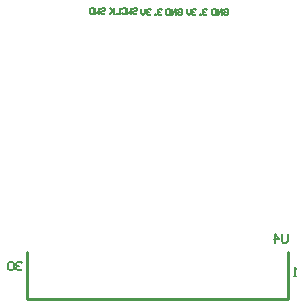
<source format=gbr>
%TF.GenerationSoftware,Altium Limited,Altium Designer,21.6.4 (81)*%
G04 Layer_Color=32896*
%FSLAX26Y26*%
%MOIN*%
%TF.SameCoordinates,57458678-C278-4CFF-9AA2-19D65F52AC30*%
%TF.FilePolarity,Positive*%
%TF.FileFunction,Legend,Bot*%
%TF.Part,Single*%
G01*
G75*
%TA.AperFunction,NonConductor*%
%ADD42C,0.010000*%
%ADD43C,0.006693*%
%ADD44C,0.005906*%
D42*
X1330370Y-395709D02*
Y-238228D01*
X460291Y-395709D02*
Y-238228D01*
Y-395709D02*
X1330370D01*
D43*
X1117450Y569351D02*
X1120729Y572631D01*
X1127289D01*
X1130569Y569351D01*
Y556232D01*
X1127289Y552952D01*
X1120729D01*
X1117450Y556232D01*
Y562792D01*
X1124009D01*
X1110890Y552952D02*
Y572631D01*
X1097771Y552952D01*
Y572631D01*
X1091212D02*
Y552952D01*
X1081372D01*
X1078092Y556232D01*
Y569351D01*
X1081372Y572631D01*
X1091212D01*
X964891Y569351D02*
X968170Y572631D01*
X974730D01*
X978010Y569351D01*
Y556232D01*
X974730Y552952D01*
X968170D01*
X964891Y556232D01*
Y562792D01*
X971450D01*
X958331Y552952D02*
Y572631D01*
X945212Y552952D01*
Y572631D01*
X938653D02*
Y552952D01*
X928813D01*
X925533Y556232D01*
Y569351D01*
X928813Y572631D01*
X938653D01*
X1061997Y569351D02*
X1058717Y572631D01*
X1052157D01*
X1048878Y569351D01*
Y566072D01*
X1052157Y562792D01*
X1055437D01*
X1052157D01*
X1048878Y559512D01*
Y556232D01*
X1052157Y552952D01*
X1058717D01*
X1061997Y556232D01*
X1042318Y552952D02*
Y556232D01*
X1039038D01*
Y552952D01*
X1042318D01*
X1025919Y569351D02*
X1022639Y572631D01*
X1016080D01*
X1012800Y569351D01*
Y566072D01*
X1016080Y562792D01*
X1019360D01*
X1016080D01*
X1012800Y559512D01*
Y556232D01*
X1016080Y552952D01*
X1022639D01*
X1025919Y556232D01*
X1006240Y572631D02*
Y559512D01*
X999681Y552952D01*
X993121Y559512D01*
Y572631D01*
X910422Y568367D02*
X907142Y571647D01*
X900582D01*
X897303Y568367D01*
Y565087D01*
X900582Y561808D01*
X903862D01*
X900582D01*
X897303Y558528D01*
Y555248D01*
X900582Y551968D01*
X907142D01*
X910422Y555248D01*
X890743Y551968D02*
Y555248D01*
X887463D01*
Y551968D01*
X890743D01*
X874344Y568367D02*
X871064Y571647D01*
X864505D01*
X861225Y568367D01*
Y565087D01*
X864505Y561808D01*
X867785D01*
X864505D01*
X861225Y558528D01*
Y555248D01*
X864505Y551968D01*
X871064D01*
X874344Y555248D01*
X854666Y571647D02*
Y558528D01*
X848106Y551968D01*
X841547Y558528D01*
Y571647D01*
X709119Y570092D02*
X712399Y573371D01*
X718958D01*
X722238Y570092D01*
Y566812D01*
X718958Y563532D01*
X712399D01*
X709119Y560252D01*
Y556973D01*
X712399Y553693D01*
X718958D01*
X722238Y556973D01*
X702559Y573371D02*
Y553693D01*
X696000Y560252D01*
X689440Y553693D01*
Y573371D01*
X682881D02*
Y553693D01*
X673042D01*
X669762Y556973D01*
Y570092D01*
X673042Y573371D01*
X682881D01*
X815798Y570092D02*
X819077Y573371D01*
X825637D01*
X828917Y570092D01*
Y566812D01*
X825637Y563532D01*
X819077D01*
X815798Y560252D01*
Y556973D01*
X819077Y553693D01*
X825637D01*
X828917Y556973D01*
X809238Y573371D02*
Y553693D01*
X802679Y560252D01*
X796119Y553693D01*
Y573371D01*
X776440Y570092D02*
X779720Y573371D01*
X786280D01*
X789559Y570092D01*
Y556973D01*
X786280Y553693D01*
X779720D01*
X776440Y556973D01*
X769881Y573371D02*
Y553693D01*
X756762D01*
X750202Y573371D02*
Y553693D01*
Y560252D01*
X737083Y573371D01*
X746923Y563532D01*
X737083Y553693D01*
D44*
X444218Y-276254D02*
X439627Y-271663D01*
X430443D01*
X425851Y-276254D01*
Y-280846D01*
X430443Y-285438D01*
X435035D01*
X430443D01*
X425851Y-290029D01*
Y-294621D01*
X430443Y-299213D01*
X439627D01*
X444218Y-294621D01*
X416668Y-276254D02*
X412076Y-271663D01*
X402893D01*
X398301Y-276254D01*
Y-294621D01*
X402893Y-299213D01*
X412076D01*
X416668Y-294621D01*
Y-276254D01*
X1358922Y-316929D02*
X1349739D01*
X1354331D01*
Y-289379D01*
X1358922Y-293971D01*
X1329630Y-179773D02*
Y-202731D01*
X1325038Y-207323D01*
X1315855D01*
X1311263Y-202731D01*
Y-179773D01*
X1288305Y-207323D02*
Y-179773D01*
X1302080Y-193548D01*
X1283713D01*
%TF.MD5,fcdf05819e6c8464d4f28277cc8de705*%
M02*

</source>
